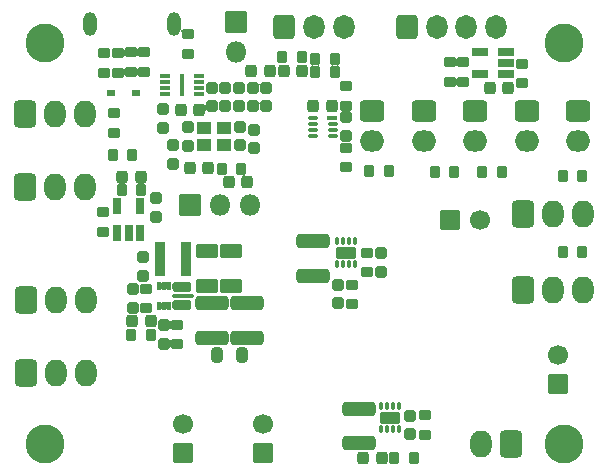
<source format=gbs>
G04 #@! TF.GenerationSoftware,KiCad,Pcbnew,(6.0.7)*
G04 #@! TF.CreationDate,2022-10-27T11:43:32+02:00*
G04 #@! TF.ProjectId,hydCircCon,68796443-6972-4634-936f-6e2e6b696361,rev?*
G04 #@! TF.SameCoordinates,Original*
G04 #@! TF.FileFunction,Soldermask,Bot*
G04 #@! TF.FilePolarity,Negative*
%FSLAX46Y46*%
G04 Gerber Fmt 4.6, Leading zero omitted, Abs format (unit mm)*
G04 Created by KiCad (PCBNEW (6.0.7)) date 2022-10-27 11:43:32*
%MOMM*%
%LPD*%
G01*
G04 APERTURE LIST*
G04 Aperture macros list*
%AMRoundRect*
0 Rectangle with rounded corners*
0 $1 Rounding radius*
0 $2 $3 $4 $5 $6 $7 $8 $9 X,Y pos of 4 corners*
0 Add a 4 corners polygon primitive as box body*
4,1,4,$2,$3,$4,$5,$6,$7,$8,$9,$2,$3,0*
0 Add four circle primitives for the rounded corners*
1,1,$1+$1,$2,$3*
1,1,$1+$1,$4,$5*
1,1,$1+$1,$6,$7*
1,1,$1+$1,$8,$9*
0 Add four rect primitives between the rounded corners*
20,1,$1+$1,$2,$3,$4,$5,0*
20,1,$1+$1,$4,$5,$6,$7,0*
20,1,$1+$1,$6,$7,$8,$9,0*
20,1,$1+$1,$8,$9,$2,$3,0*%
G04 Aperture macros list end*
%ADD10RoundRect,0.300000X-0.620000X-0.845000X0.620000X-0.845000X0.620000X0.845000X-0.620000X0.845000X0*%
%ADD11O,1.840000X2.290000*%
%ADD12RoundRect,0.300000X-0.750000X0.600000X-0.750000X-0.600000X0.750000X-0.600000X0.750000X0.600000X0*%
%ADD13O,2.100000X1.800000*%
%ADD14RoundRect,0.300000X-0.600000X-0.725000X0.600000X-0.725000X0.600000X0.725000X-0.600000X0.725000X0*%
%ADD15O,1.800000X2.050000*%
%ADD16C,3.300000*%
%ADD17O,1.150000X2.000000*%
%ADD18RoundRect,0.050000X-0.800000X-0.800000X0.800000X-0.800000X0.800000X0.800000X-0.800000X0.800000X0*%
%ADD19C,1.700000*%
%ADD20RoundRect,0.050000X0.800000X-0.800000X0.800000X0.800000X-0.800000X0.800000X-0.800000X-0.800000X0*%
%ADD21RoundRect,0.300000X0.620000X0.845000X-0.620000X0.845000X-0.620000X-0.845000X0.620000X-0.845000X0*%
%ADD22RoundRect,0.050000X-0.850000X-0.850000X0.850000X-0.850000X0.850000X0.850000X-0.850000X0.850000X0*%
%ADD23O,1.800000X1.800000*%
%ADD24RoundRect,0.050000X0.850000X-0.850000X0.850000X0.850000X-0.850000X0.850000X-0.850000X-0.850000X0*%
%ADD25RoundRect,0.250000X-0.200000X-0.275000X0.200000X-0.275000X0.200000X0.275000X-0.200000X0.275000X0*%
%ADD26RoundRect,0.275000X-0.250000X0.225000X-0.250000X-0.225000X0.250000X-0.225000X0.250000X0.225000X0*%
%ADD27RoundRect,0.275000X0.250000X-0.225000X0.250000X0.225000X-0.250000X0.225000X-0.250000X-0.225000X0*%
%ADD28RoundRect,0.275000X-0.225000X-0.250000X0.225000X-0.250000X0.225000X0.250000X-0.225000X0.250000X0*%
%ADD29RoundRect,0.250000X-0.275000X0.200000X-0.275000X-0.200000X0.275000X-0.200000X0.275000X0.200000X0*%
%ADD30RoundRect,0.250000X0.275000X-0.200000X0.275000X0.200000X-0.275000X0.200000X-0.275000X-0.200000X0*%
%ADD31RoundRect,0.200000X0.150000X-0.512500X0.150000X0.512500X-0.150000X0.512500X-0.150000X-0.512500X0*%
%ADD32RoundRect,0.275000X0.225000X0.250000X-0.225000X0.250000X-0.225000X-0.250000X0.225000X-0.250000X0*%
%ADD33RoundRect,0.300000X-1.100000X0.325000X-1.100000X-0.325000X1.100000X-0.325000X1.100000X0.325000X0*%
%ADD34RoundRect,0.112500X0.337500X0.062500X-0.337500X0.062500X-0.337500X-0.062500X0.337500X-0.062500X0*%
%ADD35RoundRect,0.112500X0.287500X0.062500X-0.287500X0.062500X-0.287500X-0.062500X0.287500X-0.062500X0*%
%ADD36RoundRect,0.300000X0.650000X-0.325000X0.650000X0.325000X-0.650000X0.325000X-0.650000X-0.325000X0*%
%ADD37RoundRect,0.050000X-0.575000X-0.500000X0.575000X-0.500000X0.575000X0.500000X-0.575000X0.500000X0*%
%ADD38RoundRect,0.250000X0.200000X0.275000X-0.200000X0.275000X-0.200000X-0.275000X0.200000X-0.275000X0*%
%ADD39RoundRect,0.050000X-0.375000X-0.150000X0.375000X-0.150000X0.375000X0.150000X-0.375000X0.150000X0*%
%ADD40RoundRect,0.050000X-0.150000X-0.850000X0.150000X-0.850000X0.150000X0.850000X-0.150000X0.850000X0*%
%ADD41RoundRect,0.300000X1.100000X-0.325000X1.100000X0.325000X-1.100000X0.325000X-1.100000X-0.325000X0*%
%ADD42RoundRect,0.268750X0.218750X0.256250X-0.218750X0.256250X-0.218750X-0.256250X0.218750X-0.256250X0*%
%ADD43RoundRect,0.250000X0.525000X-0.200000X0.525000X0.200000X-0.525000X0.200000X-0.525000X-0.200000X0*%
%ADD44RoundRect,0.125000X0.075000X-0.225000X0.075000X0.225000X-0.075000X0.225000X-0.075000X-0.225000X0*%
%ADD45RoundRect,0.125000X0.787500X-0.075000X0.787500X0.075000X-0.787500X0.075000X-0.787500X-0.075000X0*%
%ADD46RoundRect,0.050000X-0.400000X-1.350000X0.400000X-1.350000X0.400000X1.350000X-0.400000X1.350000X0*%
%ADD47RoundRect,0.050000X0.125000X-0.250000X0.125000X0.250000X-0.125000X0.250000X-0.125000X-0.250000X0*%
%ADD48RoundRect,0.050000X0.800000X-0.450000X0.800000X0.450000X-0.800000X0.450000X-0.800000X-0.450000X0*%
%ADD49RoundRect,0.268750X-0.218750X-0.381250X0.218750X-0.381250X0.218750X0.381250X-0.218750X0.381250X0*%
%ADD50RoundRect,0.050000X-0.300000X-0.225000X0.300000X-0.225000X0.300000X0.225000X-0.300000X0.225000X0*%
%ADD51RoundRect,0.200000X0.512500X0.150000X-0.512500X0.150000X-0.512500X-0.150000X0.512500X-0.150000X0*%
G04 APERTURE END LIST*
D10*
X149610000Y-95520000D03*
D11*
X152150000Y-95520000D03*
X154690000Y-95520000D03*
D12*
X196400000Y-95300000D03*
D13*
X196400000Y-97800000D03*
D14*
X181950000Y-88150000D03*
D15*
X184450000Y-88150000D03*
X186950000Y-88150000D03*
X189450000Y-88150000D03*
D12*
X187700000Y-95300000D03*
D13*
X187700000Y-97800000D03*
D14*
X171550000Y-88150000D03*
D15*
X174050000Y-88150000D03*
X176550000Y-88150000D03*
D16*
X195250000Y-89500000D03*
D12*
X179000000Y-95300000D03*
D13*
X179000000Y-97800000D03*
D17*
X162200000Y-87950000D03*
X155050000Y-87950000D03*
D10*
X149660000Y-117470000D03*
D11*
X152200000Y-117470000D03*
X154740000Y-117470000D03*
D18*
X185567621Y-104500000D03*
D19*
X188067621Y-104500000D03*
D20*
X163000000Y-124267621D03*
D19*
X163000000Y-121767621D03*
D16*
X151250000Y-123500000D03*
D21*
X190770000Y-123480000D03*
D11*
X188230000Y-123480000D03*
D16*
X151250000Y-89500000D03*
D22*
X167425000Y-87750000D03*
D23*
X167425000Y-90290000D03*
D16*
X195250000Y-123500000D03*
D10*
X149660000Y-111270000D03*
D11*
X152200000Y-111270000D03*
X154740000Y-111270000D03*
D12*
X192050000Y-95300000D03*
D13*
X192050000Y-97800000D03*
D10*
X191710000Y-104000000D03*
D11*
X194250000Y-104000000D03*
X196790000Y-104000000D03*
D24*
X163525000Y-103250000D03*
D23*
X166065000Y-103250000D03*
X168605000Y-103250000D03*
D20*
X169750000Y-124250000D03*
D19*
X169750000Y-121750000D03*
D10*
X149610000Y-101700000D03*
D11*
X152150000Y-101700000D03*
X154690000Y-101700000D03*
D12*
X183350000Y-95300000D03*
D13*
X183350000Y-97800000D03*
D10*
X191710000Y-110400000D03*
D11*
X194250000Y-110400000D03*
X196790000Y-110400000D03*
D20*
X194750000Y-118432380D03*
D19*
X194750000Y-115932380D03*
D25*
X195125000Y-107200000D03*
X196775000Y-107200000D03*
D26*
X167700000Y-93350000D03*
X167700000Y-94900000D03*
D27*
X182200000Y-122650000D03*
X182200000Y-121100000D03*
D28*
X166850000Y-101275000D03*
X168400000Y-101275000D03*
D29*
X157150000Y-95475000D03*
X157150000Y-97125000D03*
D26*
X160650000Y-102675000D03*
X160650000Y-104225000D03*
D30*
X183450000Y-122675000D03*
X183450000Y-121025000D03*
D29*
X176750000Y-93175000D03*
X176750000Y-94825000D03*
D30*
X159650000Y-91975000D03*
X159650000Y-90325000D03*
D25*
X166225000Y-100175000D03*
X167875000Y-100175000D03*
D31*
X159300000Y-105637500D03*
X158350000Y-105637500D03*
X157400000Y-105637500D03*
X157400000Y-103362500D03*
X159300000Y-103362500D03*
D32*
X190462500Y-93300000D03*
X188912500Y-93300000D03*
D30*
X163350000Y-90425000D03*
X163350000Y-88775000D03*
D32*
X179775000Y-124700000D03*
X178225000Y-124700000D03*
D33*
X168350000Y-111575000D03*
X168350000Y-114525000D03*
D30*
X178500000Y-108925000D03*
X178500000Y-107275000D03*
D34*
X175575000Y-95900000D03*
D35*
X175625000Y-96400000D03*
X175625000Y-96900000D03*
X175625000Y-97400000D03*
X173925000Y-97400000D03*
X173925000Y-96900000D03*
X173925000Y-96400000D03*
X173925000Y-95900000D03*
D32*
X164325000Y-95200000D03*
X162775000Y-95200000D03*
D27*
X158700000Y-111925000D03*
X158700000Y-110375000D03*
D26*
X161350000Y-113425000D03*
X161350000Y-114975000D03*
D32*
X165075000Y-100125000D03*
X163525000Y-100125000D03*
D36*
X167000000Y-110125000D03*
X167000000Y-107175000D03*
D28*
X158675000Y-113100000D03*
X160225000Y-113100000D03*
D26*
X161300000Y-95150000D03*
X161300000Y-96700000D03*
D32*
X175550000Y-94900000D03*
X174000000Y-94900000D03*
D37*
X164700000Y-96750000D03*
X166450000Y-96750000D03*
X166450000Y-98150000D03*
X164700000Y-98150000D03*
D38*
X160225000Y-114250000D03*
X158575000Y-114250000D03*
D29*
X157450000Y-90375000D03*
X157450000Y-92025000D03*
X177250000Y-109975000D03*
X177250000Y-111625000D03*
D25*
X195125000Y-100750000D03*
X196775000Y-100750000D03*
D26*
X159600000Y-107675000D03*
X159600000Y-109225000D03*
D39*
X161400000Y-93825000D03*
X161400000Y-93325000D03*
X161400000Y-92825000D03*
X161400000Y-92325000D03*
X164300000Y-92325000D03*
X164300000Y-92825000D03*
X164300000Y-93325000D03*
X164300000Y-93825000D03*
D40*
X162850000Y-93075000D03*
D30*
X156150000Y-105525000D03*
X156150000Y-103875000D03*
D41*
X177900000Y-123425000D03*
X177900000Y-120475000D03*
D29*
X186637500Y-91175000D03*
X186637500Y-92825000D03*
X185537500Y-91175000D03*
X185537500Y-92825000D03*
D26*
X168850000Y-93350000D03*
X168850000Y-94900000D03*
D32*
X173025000Y-91900000D03*
X171475000Y-91900000D03*
D26*
X162150000Y-98200000D03*
X162150000Y-99750000D03*
D25*
X178725000Y-100400000D03*
X180375000Y-100400000D03*
D42*
X170287500Y-91875000D03*
X168712500Y-91875000D03*
D30*
X156300000Y-92025000D03*
X156300000Y-90375000D03*
D43*
X162850000Y-111675000D03*
D44*
X161800000Y-111775000D03*
X161350000Y-111775000D03*
X160900000Y-111775000D03*
X160900000Y-110075000D03*
X161350000Y-110075000D03*
X161800000Y-110075000D03*
D43*
X162850000Y-110175000D03*
D45*
X162987500Y-110925000D03*
D41*
X174000000Y-109275000D03*
X174000000Y-106325000D03*
D46*
X161025000Y-107800000D03*
X163225000Y-107800000D03*
D47*
X181250000Y-122200000D03*
X180750000Y-122200000D03*
X180250000Y-122200000D03*
X179750000Y-122200000D03*
X179750000Y-120300000D03*
X180250000Y-120300000D03*
X180750000Y-120300000D03*
X181250000Y-120300000D03*
D48*
X180500000Y-121250000D03*
D30*
X191687500Y-92925000D03*
X191687500Y-91275000D03*
D27*
X167800000Y-98175000D03*
X167800000Y-96625000D03*
D26*
X165400000Y-93350000D03*
X165400000Y-94900000D03*
X163350000Y-96675000D03*
X163350000Y-98225000D03*
D30*
X176750000Y-100025000D03*
X176750000Y-98375000D03*
X162450000Y-115025000D03*
X162450000Y-113375000D03*
D49*
X165837500Y-115950000D03*
X167962500Y-115950000D03*
D32*
X159375000Y-100850000D03*
X157825000Y-100850000D03*
D25*
X184275000Y-100450000D03*
X185925000Y-100450000D03*
X157775000Y-101970000D03*
X159425000Y-101970000D03*
D38*
X175825000Y-91950000D03*
X174175000Y-91950000D03*
D36*
X165000000Y-110125000D03*
X165000000Y-107175000D03*
D25*
X180825000Y-124700000D03*
X182475000Y-124700000D03*
D26*
X176750000Y-95825000D03*
X176750000Y-97375000D03*
D50*
X156900000Y-93760000D03*
X159000000Y-93760000D03*
D30*
X158550000Y-91975000D03*
X158550000Y-90325000D03*
D25*
X174175000Y-90850000D03*
X175825000Y-90850000D03*
D27*
X179750000Y-108875000D03*
X179750000Y-107325000D03*
D26*
X169950000Y-93350000D03*
X169950000Y-94900000D03*
X176100000Y-110025000D03*
X176100000Y-111575000D03*
X166550000Y-93350000D03*
X166550000Y-94900000D03*
D38*
X173025000Y-90750000D03*
X171375000Y-90750000D03*
D27*
X168950000Y-98400000D03*
X168950000Y-96850000D03*
D30*
X159850000Y-111975000D03*
X159850000Y-110325000D03*
D25*
X157025000Y-99000000D03*
X158675000Y-99000000D03*
D47*
X177500000Y-108220000D03*
X177000000Y-108220000D03*
X176500000Y-108220000D03*
X176000000Y-108220000D03*
X176000000Y-106320000D03*
X176500000Y-106320000D03*
X177000000Y-106320000D03*
X177500000Y-106320000D03*
D48*
X176750000Y-107270000D03*
D51*
X190337500Y-90250000D03*
X190337500Y-91200000D03*
X190337500Y-92150000D03*
X188062500Y-92150000D03*
X188062500Y-90250000D03*
D33*
X165400000Y-111575000D03*
X165400000Y-114525000D03*
D25*
X188275000Y-100450000D03*
X189925000Y-100450000D03*
G36*
X161859718Y-114663212D02*
G01*
X161867172Y-114679197D01*
X161867342Y-114679781D01*
X161868340Y-114687364D01*
X161886861Y-114719442D01*
X161922224Y-114728918D01*
X161954194Y-114710459D01*
X161959927Y-114700794D01*
X161967602Y-114683435D01*
X161968016Y-114682831D01*
X161982302Y-114668520D01*
X161984233Y-114668001D01*
X161985648Y-114669414D01*
X161985380Y-114671044D01*
X161945915Y-114730108D01*
X161927000Y-114825199D01*
X161927000Y-115224801D01*
X161942168Y-115301058D01*
X161941525Y-115302952D01*
X161939563Y-115303342D01*
X161938828Y-115302898D01*
X161912986Y-115278331D01*
X161876347Y-115279259D01*
X161857175Y-115298083D01*
X161855239Y-115298583D01*
X161853837Y-115297156D01*
X161853812Y-115296266D01*
X161873000Y-115199801D01*
X161873000Y-114750199D01*
X161855943Y-114664447D01*
X161856586Y-114662553D01*
X161858548Y-114662163D01*
X161859718Y-114663212D01*
G37*
G36*
X161942104Y-113098163D02*
G01*
X161942139Y-113099090D01*
X161927000Y-113175199D01*
X161927000Y-113574801D01*
X161945915Y-113669892D01*
X161985505Y-113729144D01*
X161985636Y-113731140D01*
X161983973Y-113732251D01*
X161982429Y-113731670D01*
X161968265Y-113717530D01*
X161967850Y-113716927D01*
X161960019Y-113699298D01*
X161933171Y-113673777D01*
X161896573Y-113674704D01*
X161871137Y-113701462D01*
X161868388Y-113712270D01*
X161867342Y-113720220D01*
X161867172Y-113720804D01*
X161859718Y-113736790D01*
X161858079Y-113737937D01*
X161856267Y-113737092D01*
X161855943Y-113735555D01*
X161873000Y-113649801D01*
X161873000Y-113200199D01*
X161853735Y-113103345D01*
X161854378Y-113101451D01*
X161856340Y-113101061D01*
X161857048Y-113101480D01*
X161879468Y-113122025D01*
X161916082Y-113120426D01*
X161938749Y-113097300D01*
X161940675Y-113096763D01*
X161942104Y-113098163D01*
G37*
G36*
X161086626Y-111493064D02*
G01*
X161115667Y-111512469D01*
X161151794Y-111505283D01*
X161161675Y-111495402D01*
X161163607Y-111494884D01*
X161165021Y-111496298D01*
X161164752Y-111497927D01*
X161161400Y-111502944D01*
X161152000Y-111550199D01*
X161152000Y-111999801D01*
X161161400Y-112047056D01*
X161166148Y-112054162D01*
X161166279Y-112056158D01*
X161164616Y-112057269D01*
X161163374Y-112056936D01*
X161134333Y-112037531D01*
X161098206Y-112044717D01*
X161088325Y-112054598D01*
X161086393Y-112055116D01*
X161084979Y-112053702D01*
X161085248Y-112052073D01*
X161088600Y-112047056D01*
X161098000Y-111999801D01*
X161098000Y-111550199D01*
X161088600Y-111502944D01*
X161083852Y-111495838D01*
X161083721Y-111493842D01*
X161085384Y-111492731D01*
X161086626Y-111493064D01*
G37*
G36*
X161536626Y-111493064D02*
G01*
X161565667Y-111512469D01*
X161601794Y-111505283D01*
X161611675Y-111495402D01*
X161613607Y-111494884D01*
X161615021Y-111496298D01*
X161614752Y-111497927D01*
X161611400Y-111502944D01*
X161602000Y-111550199D01*
X161602000Y-111999801D01*
X161611400Y-112047056D01*
X161616148Y-112054162D01*
X161616279Y-112056158D01*
X161614616Y-112057269D01*
X161613374Y-112056936D01*
X161584333Y-112037531D01*
X161548206Y-112044717D01*
X161538325Y-112054598D01*
X161536393Y-112055116D01*
X161534979Y-112053702D01*
X161535248Y-112052073D01*
X161538600Y-112047056D01*
X161548000Y-111999801D01*
X161548000Y-111550199D01*
X161538600Y-111502944D01*
X161533852Y-111495838D01*
X161533721Y-111493842D01*
X161535384Y-111492731D01*
X161536626Y-111493064D01*
G37*
G36*
X162076257Y-111475011D02*
G01*
X162077000Y-111476566D01*
X162077000Y-111874801D01*
X162093506Y-111957785D01*
X162092863Y-111959679D01*
X162090901Y-111960069D01*
X162090166Y-111959625D01*
X162067180Y-111937773D01*
X162030582Y-111938700D01*
X162005193Y-111965406D01*
X162001966Y-111982781D01*
X162000667Y-111984302D01*
X161998700Y-111983936D01*
X161998000Y-111982416D01*
X161998000Y-111550199D01*
X161988600Y-111502944D01*
X161984789Y-111497240D01*
X161984658Y-111495244D01*
X161986321Y-111494133D01*
X161987563Y-111494466D01*
X162016607Y-111513873D01*
X162052515Y-111506730D01*
X162073314Y-111475601D01*
X162073469Y-111475705D01*
X162074282Y-111474699D01*
X162076257Y-111475011D01*
G37*
G36*
X162001848Y-109866880D02*
G01*
X162016174Y-109901467D01*
X162049998Y-109915477D01*
X162084038Y-109901378D01*
X162089295Y-109893707D01*
X162091099Y-109892844D01*
X162092749Y-109893975D01*
X162092907Y-109895228D01*
X162077000Y-109975199D01*
X162077000Y-110374805D01*
X162077307Y-110376346D01*
X162076857Y-110377673D01*
X162077804Y-110378843D01*
X162091563Y-110448015D01*
X162090920Y-110449909D01*
X162088958Y-110450299D01*
X162087773Y-110449217D01*
X162080113Y-110431972D01*
X162079955Y-110431393D01*
X162073856Y-110379466D01*
X162074344Y-110378332D01*
X162073600Y-110377713D01*
X162055592Y-110345491D01*
X162020365Y-110335523D01*
X161989226Y-110352926D01*
X161987226Y-110352898D01*
X161986250Y-110351152D01*
X161986587Y-110350069D01*
X161988600Y-110347056D01*
X161998000Y-110299801D01*
X161998000Y-109867645D01*
X161999000Y-109865913D01*
X162001000Y-109865913D01*
X162001848Y-109866880D01*
G37*
G36*
X161536626Y-109793064D02*
G01*
X161565667Y-109812469D01*
X161601794Y-109805283D01*
X161611675Y-109795402D01*
X161613607Y-109794884D01*
X161615021Y-109796298D01*
X161614752Y-109797927D01*
X161611400Y-109802944D01*
X161602000Y-109850199D01*
X161602000Y-110299801D01*
X161611400Y-110347056D01*
X161616148Y-110354162D01*
X161616279Y-110356158D01*
X161614616Y-110357269D01*
X161613374Y-110356936D01*
X161584333Y-110337531D01*
X161548206Y-110344717D01*
X161538325Y-110354598D01*
X161536393Y-110355116D01*
X161534979Y-110353702D01*
X161535248Y-110352073D01*
X161538600Y-110347056D01*
X161548000Y-110299801D01*
X161548000Y-109850199D01*
X161538600Y-109802944D01*
X161533852Y-109795838D01*
X161533721Y-109793842D01*
X161535384Y-109792731D01*
X161536626Y-109793064D01*
G37*
G36*
X161086626Y-109793064D02*
G01*
X161115667Y-109812469D01*
X161151794Y-109805283D01*
X161161675Y-109795402D01*
X161163607Y-109794884D01*
X161165021Y-109796298D01*
X161164752Y-109797927D01*
X161161400Y-109802944D01*
X161152000Y-109850199D01*
X161152000Y-110299801D01*
X161161400Y-110347056D01*
X161166148Y-110354162D01*
X161166279Y-110356158D01*
X161164616Y-110357269D01*
X161163374Y-110356936D01*
X161134333Y-110337531D01*
X161098206Y-110344717D01*
X161088325Y-110354598D01*
X161086393Y-110355116D01*
X161084979Y-110353702D01*
X161085248Y-110352073D01*
X161088600Y-110347056D01*
X161098000Y-110299801D01*
X161098000Y-109850199D01*
X161088600Y-109802944D01*
X161083852Y-109795838D01*
X161083721Y-109793842D01*
X161085384Y-109792731D01*
X161086626Y-109793064D01*
G37*
G36*
X159687448Y-101356586D02*
G01*
X159687838Y-101358548D01*
X159686789Y-101359718D01*
X159680984Y-101362425D01*
X159655958Y-101389735D01*
X159657557Y-101426349D01*
X159681831Y-101450141D01*
X159698991Y-101457728D01*
X159700170Y-101459343D01*
X159699362Y-101461172D01*
X159697792Y-101461519D01*
X159624801Y-101447000D01*
X159225199Y-101447000D01*
X159141309Y-101463687D01*
X159139415Y-101463044D01*
X159139025Y-101461082D01*
X159139469Y-101460347D01*
X159160955Y-101437745D01*
X159160028Y-101401147D01*
X159133271Y-101375710D01*
X159122463Y-101372961D01*
X159079781Y-101367342D01*
X159079197Y-101367172D01*
X159063212Y-101359718D01*
X159062065Y-101358079D01*
X159062910Y-101356267D01*
X159064447Y-101355943D01*
X159150199Y-101373000D01*
X159599801Y-101373000D01*
X159685554Y-101355943D01*
X159687448Y-101356586D01*
G37*
G36*
X158137449Y-101356586D02*
G01*
X158137839Y-101358548D01*
X158136790Y-101359718D01*
X158120804Y-101367172D01*
X158120220Y-101367342D01*
X158077777Y-101372929D01*
X158045699Y-101391449D01*
X158036223Y-101426813D01*
X158054680Y-101458783D01*
X158055045Y-101458999D01*
X158056024Y-101460743D01*
X158055003Y-101462463D01*
X158053634Y-101462681D01*
X157974801Y-101447000D01*
X157575199Y-101447000D01*
X157501986Y-101461563D01*
X157500092Y-101460920D01*
X157499702Y-101458958D01*
X157500784Y-101457773D01*
X157518113Y-101450076D01*
X157543634Y-101423229D01*
X157542707Y-101386590D01*
X157518950Y-101362393D01*
X157513212Y-101359718D01*
X157512065Y-101358079D01*
X157512910Y-101356267D01*
X157514447Y-101355943D01*
X157600199Y-101373000D01*
X158049801Y-101373000D01*
X158135555Y-101355943D01*
X158137449Y-101356586D01*
G37*
G36*
X168232252Y-100641026D02*
G01*
X168231671Y-100642570D01*
X168212032Y-100662243D01*
X168212307Y-100663265D01*
X168211825Y-100664128D01*
X168194054Y-100682821D01*
X168194980Y-100719418D01*
X168221686Y-100744807D01*
X168239056Y-100748034D01*
X168240577Y-100749333D01*
X168240211Y-100751300D01*
X168238691Y-100752000D01*
X168175199Y-100752000D01*
X168070541Y-100772818D01*
X168002699Y-100818149D01*
X168000703Y-100818280D01*
X167999592Y-100816617D01*
X168000174Y-100815072D01*
X168016297Y-100798949D01*
X168016866Y-100798550D01*
X168027337Y-100793667D01*
X168052362Y-100766357D01*
X168050764Y-100729782D01*
X168023591Y-100704883D01*
X168007071Y-100701970D01*
X168005539Y-100700684D01*
X168005886Y-100698714D01*
X168007418Y-100698000D01*
X168074801Y-100698000D01*
X168169892Y-100679085D01*
X168229145Y-100639494D01*
X168231141Y-100639363D01*
X168232252Y-100641026D01*
G37*
G36*
X177098549Y-97854378D02*
G01*
X177098939Y-97856340D01*
X177098520Y-97857048D01*
X177077975Y-97879468D01*
X177079574Y-97916082D01*
X177102700Y-97938749D01*
X177103237Y-97940675D01*
X177101837Y-97942104D01*
X177100910Y-97942139D01*
X177024801Y-97927000D01*
X176475199Y-97927000D01*
X176398942Y-97942168D01*
X176397048Y-97941525D01*
X176396658Y-97939563D01*
X176397102Y-97938828D01*
X176421669Y-97912986D01*
X176420741Y-97876347D01*
X176401917Y-97857175D01*
X176401417Y-97855239D01*
X176402844Y-97853837D01*
X176403734Y-97853812D01*
X176500199Y-97873000D01*
X176999801Y-97873000D01*
X177096655Y-97853735D01*
X177098549Y-97854378D01*
G37*
G36*
X177102952Y-95258475D02*
G01*
X177103342Y-95260437D01*
X177102898Y-95261172D01*
X177078331Y-95287014D01*
X177079259Y-95323653D01*
X177098083Y-95342825D01*
X177098583Y-95344761D01*
X177097156Y-95346163D01*
X177096266Y-95346188D01*
X176999801Y-95327000D01*
X176500199Y-95327000D01*
X176403345Y-95346265D01*
X176401451Y-95345622D01*
X176401061Y-95343660D01*
X176401480Y-95342952D01*
X176422025Y-95320532D01*
X176420426Y-95283918D01*
X176397300Y-95261251D01*
X176396763Y-95259325D01*
X176398163Y-95257896D01*
X176399090Y-95257861D01*
X176475199Y-95273000D01*
X177024801Y-95273000D01*
X177101058Y-95257832D01*
X177102952Y-95258475D01*
G37*
G36*
X164759928Y-94775174D02*
G01*
X164776049Y-94791295D01*
X164776448Y-94791864D01*
X164781331Y-94802335D01*
X164808641Y-94827360D01*
X164845216Y-94825764D01*
X164870115Y-94798591D01*
X164873030Y-94782064D01*
X164874316Y-94780532D01*
X164876286Y-94780879D01*
X164877000Y-94782411D01*
X164877000Y-95124801D01*
X164897818Y-95229459D01*
X164943149Y-95297301D01*
X164943280Y-95299297D01*
X164941617Y-95300408D01*
X164940072Y-95299826D01*
X164923951Y-95283705D01*
X164923552Y-95283136D01*
X164918669Y-95272665D01*
X164891359Y-95247640D01*
X164854784Y-95249236D01*
X164829885Y-95276409D01*
X164826970Y-95292936D01*
X164825684Y-95294468D01*
X164823714Y-95294121D01*
X164823000Y-95292589D01*
X164823000Y-94950199D01*
X164802182Y-94845541D01*
X164756851Y-94777699D01*
X164756720Y-94775703D01*
X164758383Y-94774592D01*
X164759928Y-94775174D01*
G37*
G36*
X169358294Y-94582744D02*
G01*
X169383640Y-94605971D01*
X169420266Y-94604371D01*
X169441596Y-94583041D01*
X169443528Y-94582523D01*
X169444942Y-94583937D01*
X169444972Y-94584845D01*
X169427000Y-94675199D01*
X169427000Y-95124801D01*
X169445019Y-95215391D01*
X169444376Y-95217285D01*
X169442414Y-95217675D01*
X169441706Y-95217256D01*
X169416360Y-95194029D01*
X169379734Y-95195629D01*
X169358404Y-95216959D01*
X169356472Y-95217477D01*
X169355058Y-95216063D01*
X169355028Y-95215155D01*
X169373000Y-95124801D01*
X169373000Y-94675199D01*
X169354981Y-94584609D01*
X169355624Y-94582715D01*
X169357586Y-94582325D01*
X169358294Y-94582744D01*
G37*
G36*
X169358294Y-93032744D02*
G01*
X169383640Y-93055971D01*
X169420266Y-93054371D01*
X169441596Y-93033041D01*
X169443528Y-93032523D01*
X169444942Y-93033937D01*
X169444972Y-93034845D01*
X169427000Y-93125199D01*
X169427000Y-93574801D01*
X169445019Y-93665391D01*
X169444376Y-93667285D01*
X169442414Y-93667675D01*
X169441706Y-93667256D01*
X169416360Y-93644029D01*
X169379734Y-93645629D01*
X169358404Y-93666959D01*
X169356472Y-93667477D01*
X169355058Y-93666063D01*
X169355028Y-93665155D01*
X169373000Y-93574801D01*
X169373000Y-93125199D01*
X169354981Y-93034609D01*
X169355624Y-93032715D01*
X169357586Y-93032325D01*
X169358294Y-93032744D01*
G37*
G36*
X186047337Y-92540393D02*
G01*
X186070333Y-92562253D01*
X186106960Y-92561325D01*
X186127578Y-92540671D01*
X186129509Y-92540152D01*
X186130924Y-92541565D01*
X186130955Y-92542474D01*
X186114500Y-92625199D01*
X186114500Y-93024801D01*
X186131003Y-93107767D01*
X186130360Y-93109661D01*
X186128398Y-93110051D01*
X186127663Y-93109607D01*
X186104667Y-93087747D01*
X186068040Y-93088675D01*
X186047422Y-93109329D01*
X186045491Y-93109848D01*
X186044076Y-93108435D01*
X186044045Y-93107526D01*
X186060500Y-93024801D01*
X186060500Y-92625199D01*
X186043997Y-92542233D01*
X186044640Y-92540339D01*
X186046602Y-92539949D01*
X186047337Y-92540393D01*
G37*
G36*
X158041172Y-91700636D02*
G01*
X158041519Y-91702206D01*
X158027000Y-91775199D01*
X158027000Y-92174801D01*
X158045915Y-92269892D01*
X158053498Y-92281242D01*
X158053629Y-92283238D01*
X158051966Y-92284349D01*
X158050457Y-92283803D01*
X158028247Y-92262689D01*
X157991619Y-92263616D01*
X157967016Y-92288263D01*
X157962272Y-92298993D01*
X157960657Y-92300172D01*
X157958828Y-92299364D01*
X157958481Y-92297794D01*
X157973000Y-92224801D01*
X157973000Y-91825199D01*
X157954085Y-91730108D01*
X157946502Y-91718758D01*
X157946371Y-91716762D01*
X157948034Y-91715651D01*
X157949543Y-91716197D01*
X157971753Y-91737311D01*
X158008381Y-91736384D01*
X158032984Y-91711737D01*
X158037728Y-91701007D01*
X158039343Y-91699828D01*
X158041172Y-91700636D01*
G37*
G36*
X159059837Y-91690393D02*
G01*
X159082833Y-91712253D01*
X159119460Y-91711325D01*
X159140078Y-91690671D01*
X159142009Y-91690152D01*
X159143424Y-91691565D01*
X159143455Y-91692474D01*
X159127000Y-91775199D01*
X159127000Y-92174801D01*
X159143503Y-92257767D01*
X159142860Y-92259661D01*
X159140898Y-92260051D01*
X159140163Y-92259607D01*
X159117167Y-92237747D01*
X159080540Y-92238675D01*
X159059922Y-92259329D01*
X159057991Y-92259848D01*
X159056576Y-92258435D01*
X159056545Y-92257526D01*
X159073000Y-92174801D01*
X159073000Y-91775199D01*
X159056497Y-91692233D01*
X159057140Y-91690339D01*
X159059102Y-91689949D01*
X159059837Y-91690393D01*
G37*
G36*
X186047337Y-90890393D02*
G01*
X186070333Y-90912253D01*
X186106960Y-90911325D01*
X186127578Y-90890671D01*
X186129509Y-90890152D01*
X186130924Y-90891565D01*
X186130955Y-90892474D01*
X186114500Y-90975199D01*
X186114500Y-91374801D01*
X186131003Y-91457767D01*
X186130360Y-91459661D01*
X186128398Y-91460051D01*
X186127663Y-91459607D01*
X186104667Y-91437747D01*
X186068040Y-91438675D01*
X186047422Y-91459329D01*
X186045491Y-91459848D01*
X186044076Y-91458435D01*
X186044045Y-91457526D01*
X186060500Y-91374801D01*
X186060500Y-90975199D01*
X186043997Y-90892233D01*
X186044640Y-90890339D01*
X186046602Y-90889949D01*
X186047337Y-90890393D01*
G37*
G36*
X174459661Y-91357140D02*
G01*
X174460051Y-91359102D01*
X174459607Y-91359837D01*
X174437747Y-91382833D01*
X174438675Y-91419460D01*
X174459329Y-91440078D01*
X174459848Y-91442009D01*
X174458435Y-91443424D01*
X174457526Y-91443455D01*
X174374801Y-91427000D01*
X173975199Y-91427000D01*
X173892233Y-91443503D01*
X173890339Y-91442860D01*
X173889949Y-91440898D01*
X173890393Y-91440163D01*
X173912253Y-91417167D01*
X173911325Y-91380540D01*
X173890671Y-91359922D01*
X173890152Y-91357991D01*
X173891565Y-91356576D01*
X173892474Y-91356545D01*
X173975199Y-91373000D01*
X174374801Y-91373000D01*
X174457767Y-91356497D01*
X174459661Y-91357140D01*
G37*
G36*
X176109661Y-91357140D02*
G01*
X176110051Y-91359102D01*
X176109607Y-91359837D01*
X176087747Y-91382833D01*
X176088675Y-91419460D01*
X176109329Y-91440078D01*
X176109848Y-91442009D01*
X176108435Y-91443424D01*
X176107526Y-91443455D01*
X176024801Y-91427000D01*
X175625199Y-91427000D01*
X175542233Y-91443503D01*
X175540339Y-91442860D01*
X175539949Y-91440898D01*
X175540393Y-91440163D01*
X175562253Y-91417167D01*
X175561325Y-91380540D01*
X175540671Y-91359922D01*
X175540152Y-91357991D01*
X175541565Y-91356576D01*
X175542474Y-91356545D01*
X175625199Y-91373000D01*
X176024801Y-91373000D01*
X176107767Y-91356497D01*
X176109661Y-91357140D01*
G37*
G36*
X158041172Y-90050636D02*
G01*
X158041519Y-90052206D01*
X158027000Y-90125199D01*
X158027000Y-90524801D01*
X158045915Y-90619892D01*
X158053498Y-90631242D01*
X158053629Y-90633238D01*
X158051966Y-90634349D01*
X158050457Y-90633803D01*
X158028247Y-90612689D01*
X157991619Y-90613616D01*
X157967016Y-90638263D01*
X157962272Y-90648993D01*
X157960657Y-90650172D01*
X157958828Y-90649364D01*
X157958481Y-90647794D01*
X157973000Y-90574801D01*
X157973000Y-90175199D01*
X157954085Y-90080108D01*
X157946502Y-90068758D01*
X157946371Y-90066762D01*
X157948034Y-90065651D01*
X157949543Y-90066197D01*
X157971753Y-90087311D01*
X158008381Y-90086384D01*
X158032984Y-90061737D01*
X158037728Y-90051007D01*
X158039343Y-90049828D01*
X158041172Y-90050636D01*
G37*
G36*
X159059837Y-90040393D02*
G01*
X159082833Y-90062253D01*
X159119460Y-90061325D01*
X159140078Y-90040671D01*
X159142009Y-90040152D01*
X159143424Y-90041565D01*
X159143455Y-90042474D01*
X159127000Y-90125199D01*
X159127000Y-90524801D01*
X159143503Y-90607767D01*
X159142860Y-90609661D01*
X159140898Y-90610051D01*
X159140163Y-90609607D01*
X159117167Y-90587747D01*
X159080540Y-90588675D01*
X159059922Y-90609329D01*
X159057991Y-90609848D01*
X159056576Y-90608435D01*
X159056545Y-90607526D01*
X159073000Y-90524801D01*
X159073000Y-90125199D01*
X159056497Y-90042233D01*
X159057140Y-90040339D01*
X159059102Y-90039949D01*
X159059837Y-90040393D01*
G37*
G36*
X162776029Y-88374845D02*
G01*
X162776807Y-88376558D01*
X162774473Y-88413671D01*
X162786472Y-88448714D01*
X162819349Y-88464821D01*
X162854175Y-88452896D01*
X162866340Y-88436290D01*
X162867603Y-88433434D01*
X162868017Y-88432830D01*
X162882302Y-88418520D01*
X162884233Y-88418001D01*
X162885648Y-88419414D01*
X162885380Y-88421044D01*
X162845915Y-88480108D01*
X162827000Y-88575199D01*
X162827000Y-88616187D01*
X162826000Y-88617919D01*
X162824000Y-88617919D01*
X162823152Y-88616952D01*
X162808825Y-88582363D01*
X162775001Y-88568353D01*
X162740916Y-88582471D01*
X162732874Y-88593183D01*
X162716469Y-88623023D01*
X162714758Y-88624059D01*
X162713005Y-88623095D01*
X162712868Y-88621294D01*
X162753458Y-88523299D01*
X162772828Y-88376171D01*
X162774046Y-88374584D01*
X162776029Y-88374845D01*
G37*
M02*

</source>
